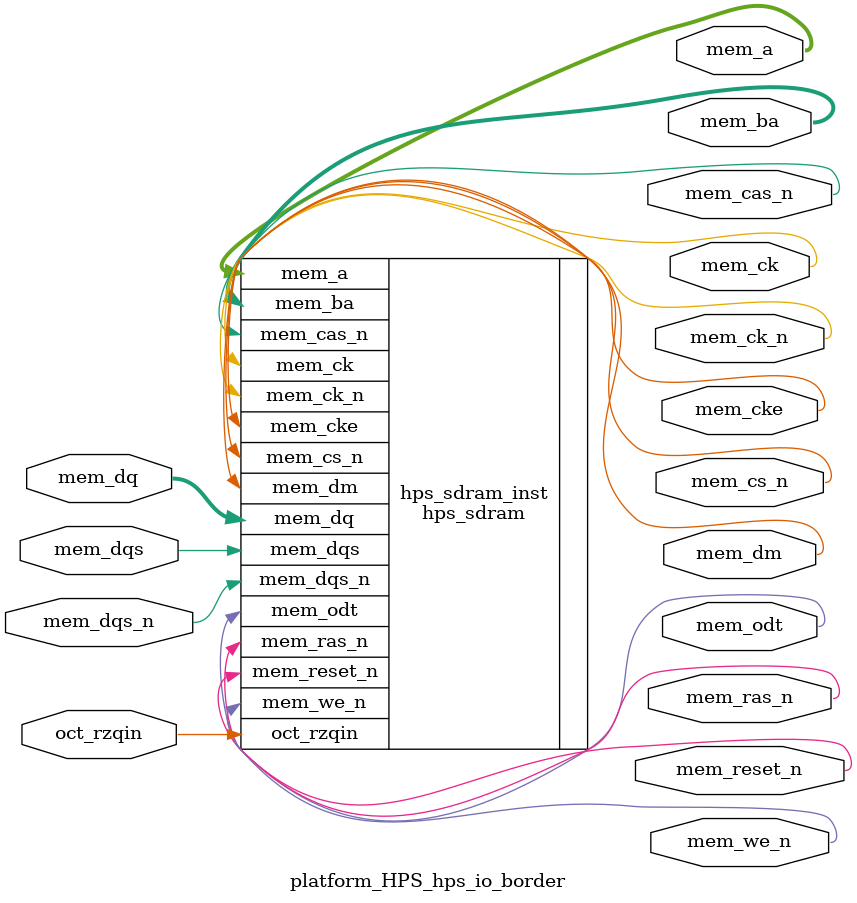
<source format=sv>


module platform_HPS_hps_io_border(
// memory
  output wire [13 - 1 : 0 ] mem_a
 ,output wire [3 - 1 : 0 ] mem_ba
 ,output wire [1 - 1 : 0 ] mem_ck
 ,output wire [1 - 1 : 0 ] mem_ck_n
 ,output wire [1 - 1 : 0 ] mem_cke
 ,output wire [1 - 1 : 0 ] mem_cs_n
 ,output wire [1 - 1 : 0 ] mem_ras_n
 ,output wire [1 - 1 : 0 ] mem_cas_n
 ,output wire [1 - 1 : 0 ] mem_we_n
 ,output wire [1 - 1 : 0 ] mem_reset_n
 ,inout wire [8 - 1 : 0 ] mem_dq
 ,inout wire [1 - 1 : 0 ] mem_dqs
 ,inout wire [1 - 1 : 0 ] mem_dqs_n
 ,output wire [1 - 1 : 0 ] mem_odt
 ,output wire [1 - 1 : 0 ] mem_dm
 ,input wire [1 - 1 : 0 ] oct_rzqin
);


hps_sdram hps_sdram_inst(
 .mem_dq({
    mem_dq[7:0] // 7:0
  })
,.mem_odt({
    mem_odt[0:0] // 0:0
  })
,.mem_ras_n({
    mem_ras_n[0:0] // 0:0
  })
,.mem_dqs_n({
    mem_dqs_n[0:0] // 0:0
  })
,.mem_dqs({
    mem_dqs[0:0] // 0:0
  })
,.mem_dm({
    mem_dm[0:0] // 0:0
  })
,.mem_we_n({
    mem_we_n[0:0] // 0:0
  })
,.mem_cas_n({
    mem_cas_n[0:0] // 0:0
  })
,.mem_ba({
    mem_ba[2:0] // 2:0
  })
,.mem_a({
    mem_a[12:0] // 12:0
  })
,.mem_cs_n({
    mem_cs_n[0:0] // 0:0
  })
,.mem_ck({
    mem_ck[0:0] // 0:0
  })
,.mem_cke({
    mem_cke[0:0] // 0:0
  })
,.oct_rzqin({
    oct_rzqin[0:0] // 0:0
  })
,.mem_reset_n({
    mem_reset_n[0:0] // 0:0
  })
,.mem_ck_n({
    mem_ck_n[0:0] // 0:0
  })
);

endmodule


</source>
